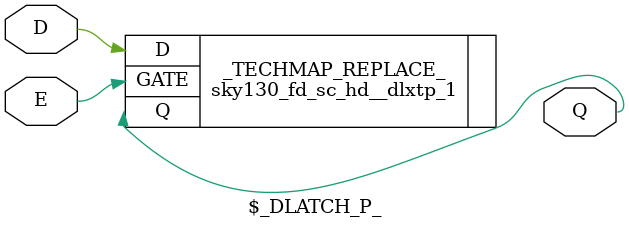
<source format=v>
module \$_DLATCH_N_ (E, D, Q);
//  wire [1023:0] _TECHMAP_DO_ = "simplemap; opt";
  input E, D;
  output Q;
  sky130_fd_sc_hd__dlxtp_1 _TECHMAP_REPLACE_ (
    .D(D),
    .GATE(E),
    .Q(Q)
  );
endmodule

module \$_DLATCH_P_ (E, D, Q);
//  wire [1023:0] _TECHMAP_DO_ = "simplemap; opt";
  input E, D;
  output Q;
  sky130_fd_sc_hd__dlxtp_1 _TECHMAP_REPLACE_ (
    .D(D),
    .GATE(E),
    .Q(Q)
  );
endmodule

</source>
